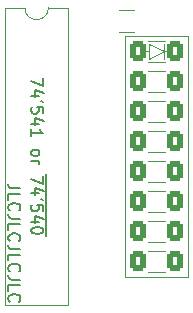
<source format=gto>
G04 #@! TF.GenerationSoftware,KiCad,Pcbnew,(6.0.7-1)-1*
G04 #@! TF.CreationDate,2022-08-10T01:22:39+02:00*
G04 #@! TF.ProjectId,led_bar,6c65645f-6261-4722-9e6b-696361645f70,rev?*
G04 #@! TF.SameCoordinates,Original*
G04 #@! TF.FileFunction,Legend,Top*
G04 #@! TF.FilePolarity,Positive*
%FSLAX46Y46*%
G04 Gerber Fmt 4.6, Leading zero omitted, Abs format (unit mm)*
G04 Created by KiCad (PCBNEW (6.0.7-1)-1) date 2022-08-10 01:22:39*
%MOMM*%
%LPD*%
G01*
G04 APERTURE LIST*
G04 Aperture macros list*
%AMRoundRect*
0 Rectangle with rounded corners*
0 $1 Rounding radius*
0 $2 $3 $4 $5 $6 $7 $8 $9 X,Y pos of 4 corners*
0 Add a 4 corners polygon primitive as box body*
4,1,4,$2,$3,$4,$5,$6,$7,$8,$9,$2,$3,0*
0 Add four circle primitives for the rounded corners*
1,1,$1+$1,$2,$3*
1,1,$1+$1,$4,$5*
1,1,$1+$1,$6,$7*
1,1,$1+$1,$8,$9*
0 Add four rect primitives between the rounded corners*
20,1,$1+$1,$2,$3,$4,$5,0*
20,1,$1+$1,$4,$5,$6,$7,0*
20,1,$1+$1,$6,$7,$8,$9,0*
20,1,$1+$1,$8,$9,$2,$3,0*%
G04 Aperture macros list end*
%ADD10C,0.150000*%
%ADD11C,0.120000*%
%ADD12RoundRect,0.250000X0.400000X0.625000X-0.400000X0.625000X-0.400000X-0.625000X0.400000X-0.625000X0*%
%ADD13C,1.600000*%
%ADD14R,1.600000X1.600000*%
%ADD15O,1.600000X1.600000*%
%ADD16R,1.700000X1.700000*%
%ADD17O,1.700000X1.700000*%
G04 APERTURE END LIST*
D10*
X144667219Y-138611552D02*
X143952933Y-138611552D01*
X143810076Y-138563933D01*
X143714838Y-138468695D01*
X143667219Y-138325838D01*
X143667219Y-138230600D01*
X143667219Y-139563933D02*
X143667219Y-139087742D01*
X144667219Y-139087742D01*
X143762457Y-140468695D02*
X143714838Y-140421076D01*
X143667219Y-140278219D01*
X143667219Y-140182980D01*
X143714838Y-140040123D01*
X143810076Y-139944885D01*
X143905314Y-139897266D01*
X144095790Y-139849647D01*
X144238647Y-139849647D01*
X144429123Y-139897266D01*
X144524361Y-139944885D01*
X144619600Y-140040123D01*
X144667219Y-140182980D01*
X144667219Y-140278219D01*
X144619600Y-140421076D01*
X144571980Y-140468695D01*
X144667219Y-141182980D02*
X143952933Y-141182980D01*
X143810076Y-141135361D01*
X143714838Y-141040123D01*
X143667219Y-140897266D01*
X143667219Y-140802028D01*
X143667219Y-142135361D02*
X143667219Y-141659171D01*
X144667219Y-141659171D01*
X143762457Y-143040123D02*
X143714838Y-142992504D01*
X143667219Y-142849647D01*
X143667219Y-142754409D01*
X143714838Y-142611552D01*
X143810076Y-142516314D01*
X143905314Y-142468695D01*
X144095790Y-142421076D01*
X144238647Y-142421076D01*
X144429123Y-142468695D01*
X144524361Y-142516314D01*
X144619600Y-142611552D01*
X144667219Y-142754409D01*
X144667219Y-142849647D01*
X144619600Y-142992504D01*
X144571980Y-143040123D01*
X144667219Y-143754409D02*
X143952933Y-143754409D01*
X143810076Y-143706790D01*
X143714838Y-143611552D01*
X143667219Y-143468695D01*
X143667219Y-143373457D01*
X143667219Y-144706790D02*
X143667219Y-144230600D01*
X144667219Y-144230600D01*
X143762457Y-145611552D02*
X143714838Y-145563933D01*
X143667219Y-145421076D01*
X143667219Y-145325838D01*
X143714838Y-145182980D01*
X143810076Y-145087742D01*
X143905314Y-145040123D01*
X144095790Y-144992504D01*
X144238647Y-144992504D01*
X144429123Y-145040123D01*
X144524361Y-145087742D01*
X144619600Y-145182980D01*
X144667219Y-145325838D01*
X144667219Y-145421076D01*
X144619600Y-145563933D01*
X144571980Y-145611552D01*
X144667219Y-146325838D02*
X143952933Y-146325838D01*
X143810076Y-146278219D01*
X143714838Y-146182980D01*
X143667219Y-146040123D01*
X143667219Y-145944885D01*
X143667219Y-147278219D02*
X143667219Y-146802028D01*
X144667219Y-146802028D01*
X143762457Y-148182980D02*
X143714838Y-148135361D01*
X143667219Y-147992504D01*
X143667219Y-147897266D01*
X143714838Y-147754409D01*
X143810076Y-147659171D01*
X143905314Y-147611552D01*
X144095790Y-147563933D01*
X144238647Y-147563933D01*
X144429123Y-147611552D01*
X144524361Y-147659171D01*
X144619600Y-147754409D01*
X144667219Y-147897266D01*
X144667219Y-147992504D01*
X144619600Y-148135361D01*
X144571980Y-148182980D01*
X146597619Y-129270952D02*
X146597619Y-129937619D01*
X145597619Y-129509047D01*
X146264285Y-130747142D02*
X145597619Y-130747142D01*
X146645238Y-130509047D02*
X145930952Y-130270952D01*
X145930952Y-130890000D01*
X146597619Y-131318571D02*
X146407142Y-131223333D01*
X146597619Y-132223333D02*
X146597619Y-131747142D01*
X146121428Y-131699523D01*
X146169047Y-131747142D01*
X146216666Y-131842380D01*
X146216666Y-132080476D01*
X146169047Y-132175714D01*
X146121428Y-132223333D01*
X146026190Y-132270952D01*
X145788095Y-132270952D01*
X145692857Y-132223333D01*
X145645238Y-132175714D01*
X145597619Y-132080476D01*
X145597619Y-131842380D01*
X145645238Y-131747142D01*
X145692857Y-131699523D01*
X146264285Y-133128095D02*
X145597619Y-133128095D01*
X146645238Y-132890000D02*
X145930952Y-132651904D01*
X145930952Y-133270952D01*
X145597619Y-134175714D02*
X145597619Y-133604285D01*
X145597619Y-133890000D02*
X146597619Y-133890000D01*
X146454761Y-133794761D01*
X146359523Y-133699523D01*
X146311904Y-133604285D01*
X145597619Y-135509047D02*
X145645238Y-135413809D01*
X145692857Y-135366190D01*
X145788095Y-135318571D01*
X146073809Y-135318571D01*
X146169047Y-135366190D01*
X146216666Y-135413809D01*
X146264285Y-135509047D01*
X146264285Y-135651904D01*
X146216666Y-135747142D01*
X146169047Y-135794761D01*
X146073809Y-135842380D01*
X145788095Y-135842380D01*
X145692857Y-135794761D01*
X145645238Y-135747142D01*
X145597619Y-135651904D01*
X145597619Y-135509047D01*
X145597619Y-136270952D02*
X146264285Y-136270952D01*
X146073809Y-136270952D02*
X146169047Y-136318571D01*
X146216666Y-136366190D01*
X146264285Y-136461428D01*
X146264285Y-136556666D01*
X146880000Y-137413809D02*
X146880000Y-138366190D01*
X146597619Y-137556666D02*
X146597619Y-138223333D01*
X145597619Y-137794761D01*
X146880000Y-138366190D02*
X146880000Y-139318571D01*
X146264285Y-139032857D02*
X145597619Y-139032857D01*
X146645238Y-138794761D02*
X145930952Y-138556666D01*
X145930952Y-139175714D01*
X146880000Y-139318571D02*
X146880000Y-139794761D01*
X146597619Y-139604285D02*
X146407142Y-139509047D01*
X146880000Y-139794761D02*
X146880000Y-140747142D01*
X146597619Y-140509047D02*
X146597619Y-140032857D01*
X146121428Y-139985238D01*
X146169047Y-140032857D01*
X146216666Y-140128095D01*
X146216666Y-140366190D01*
X146169047Y-140461428D01*
X146121428Y-140509047D01*
X146026190Y-140556666D01*
X145788095Y-140556666D01*
X145692857Y-140509047D01*
X145645238Y-140461428D01*
X145597619Y-140366190D01*
X145597619Y-140128095D01*
X145645238Y-140032857D01*
X145692857Y-139985238D01*
X146880000Y-140747142D02*
X146880000Y-141699523D01*
X146264285Y-141413809D02*
X145597619Y-141413809D01*
X146645238Y-141175714D02*
X145930952Y-140937619D01*
X145930952Y-141556666D01*
X146880000Y-141699523D02*
X146880000Y-142651904D01*
X146597619Y-142128095D02*
X146597619Y-142223333D01*
X146550000Y-142318571D01*
X146502380Y-142366190D01*
X146407142Y-142413809D01*
X146216666Y-142461428D01*
X145978571Y-142461428D01*
X145788095Y-142413809D01*
X145692857Y-142366190D01*
X145645238Y-142318571D01*
X145597619Y-142223333D01*
X145597619Y-142128095D01*
X145645238Y-142032857D01*
X145692857Y-141985238D01*
X145788095Y-141937619D01*
X145978571Y-141889999D01*
X146216666Y-141889999D01*
X146407142Y-141937619D01*
X146502380Y-141985238D01*
X146550000Y-142032857D01*
X146597619Y-142128095D01*
D11*
X156937064Y-143150000D02*
X155482936Y-143150000D01*
X156937064Y-141330000D02*
X155482936Y-141330000D01*
X153021000Y-125380000D02*
X154279000Y-125380000D01*
X153021000Y-123540000D02*
X154279000Y-123540000D01*
X153560000Y-125670000D02*
X153560000Y-146110000D01*
X156845000Y-127000000D02*
X158115000Y-127000000D01*
X156845000Y-127000000D02*
X156845000Y-126365000D01*
X157210000Y-125670000D02*
X153560000Y-125670000D01*
X153560000Y-146110000D02*
X158860000Y-146110000D01*
X158860000Y-146110000D02*
X158860000Y-125670000D01*
X155575000Y-126365000D02*
X155575000Y-127635000D01*
X158860000Y-125670000D02*
X157210000Y-125670000D01*
X155575000Y-127635000D02*
X156845000Y-127000000D01*
X156845000Y-126365000D02*
X156845000Y-127000000D01*
X155575000Y-127000000D02*
X154305000Y-127000000D01*
X156845000Y-127000000D02*
X156845000Y-127635000D01*
X156845000Y-127000000D02*
X155575000Y-126365000D01*
X145050000Y-123317000D02*
X143400000Y-123317000D01*
X143400000Y-123317000D02*
X143400000Y-148463000D01*
X148700000Y-148463000D02*
X148700000Y-123317000D01*
X143400000Y-148463000D02*
X148700000Y-148463000D01*
X148700000Y-123317000D02*
X147050000Y-123317000D01*
X145050000Y-123317000D02*
G75*
G03*
X147050000Y-123317000I1000000J0D01*
G01*
X156937064Y-145690000D02*
X155482936Y-145690000D01*
X156937064Y-143870000D02*
X155482936Y-143870000D01*
X156937064Y-140610000D02*
X155482936Y-140610000D01*
X156937064Y-138790000D02*
X155482936Y-138790000D01*
X156937064Y-136250000D02*
X155482936Y-136250000D01*
X156937064Y-138070000D02*
X155482936Y-138070000D01*
X156937064Y-126090000D02*
X155482936Y-126090000D01*
X156937064Y-127910000D02*
X155482936Y-127910000D01*
X156937064Y-128630000D02*
X155482936Y-128630000D01*
X156937064Y-130450000D02*
X155482936Y-130450000D01*
X156937064Y-132990000D02*
X155482936Y-132990000D01*
X156937064Y-131170000D02*
X155482936Y-131170000D01*
X156937064Y-133710000D02*
X155482936Y-133710000D01*
X156937064Y-135530000D02*
X155482936Y-135530000D01*
%LPC*%
D12*
X157760000Y-142240000D03*
X154660000Y-142240000D03*
D13*
X152400000Y-124460000D03*
X154900000Y-124460000D03*
D14*
X152400000Y-127000000D03*
D15*
X152400000Y-129540000D03*
X152400000Y-132080000D03*
X152400000Y-134620000D03*
X152400000Y-137160000D03*
X152400000Y-139700000D03*
X152400000Y-142240000D03*
X152400000Y-144780000D03*
X160020000Y-144780000D03*
X160020000Y-142240000D03*
X160020000Y-139700000D03*
X160020000Y-137160000D03*
X160020000Y-134620000D03*
X160020000Y-132080000D03*
X160020000Y-129540000D03*
X160020000Y-127000000D03*
D14*
X142240000Y-124460000D03*
D15*
X142240000Y-127000000D03*
X142240000Y-129540000D03*
X142240000Y-132080000D03*
X142240000Y-134620000D03*
X142240000Y-137160000D03*
X142240000Y-139700000D03*
X142240000Y-142240000D03*
X142240000Y-144780000D03*
X142240000Y-147320000D03*
X149860000Y-147320000D03*
X149860000Y-144780000D03*
X149860000Y-142240000D03*
X149860000Y-139700000D03*
X149860000Y-137160000D03*
X149860000Y-134620000D03*
X149860000Y-132080000D03*
X149860000Y-129540000D03*
X149860000Y-127000000D03*
X149860000Y-124460000D03*
D12*
X157760000Y-144780000D03*
X154660000Y-144780000D03*
X157760000Y-139700000D03*
X154660000Y-139700000D03*
X157760000Y-137160000D03*
X154660000Y-137160000D03*
X157760000Y-127000000D03*
X154660000Y-127000000D03*
X157760000Y-129540000D03*
X154660000Y-129540000D03*
X157760000Y-132080000D03*
X154660000Y-132080000D03*
X157760000Y-134620000D03*
X154660000Y-134620000D03*
D16*
X139700000Y-124460000D03*
D17*
X139700000Y-127000000D03*
X139700000Y-129540000D03*
X139700000Y-132080000D03*
X139700000Y-134620000D03*
X139700000Y-137160000D03*
X139700000Y-139700000D03*
X139700000Y-142240000D03*
X139700000Y-144780000D03*
X139700000Y-147320000D03*
D16*
X162560000Y-124460000D03*
D17*
X162560000Y-127000000D03*
X162560000Y-129540000D03*
X162560000Y-132080000D03*
X162560000Y-134620000D03*
X162560000Y-137160000D03*
X162560000Y-139700000D03*
X162560000Y-142240000D03*
X162560000Y-144780000D03*
X162560000Y-147320000D03*
M02*

</source>
